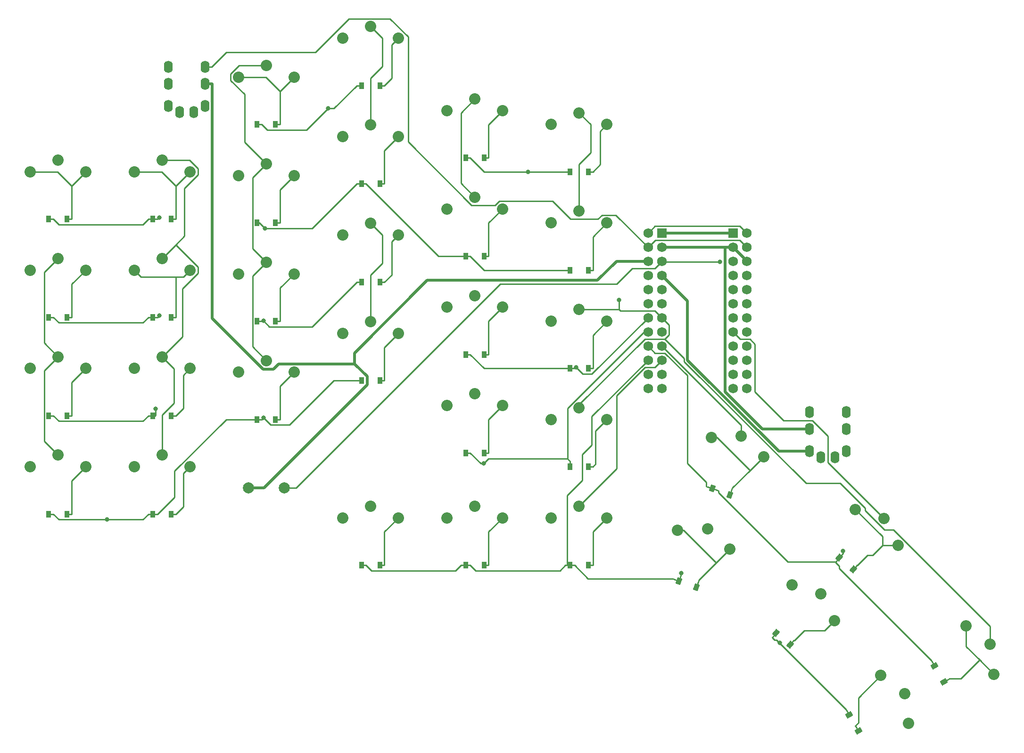
<source format=gbr>
%TF.GenerationSoftware,KiCad,Pcbnew,(6.0.8)*%
%TF.CreationDate,2022-10-04T18:24:03+02:00*%
%TF.ProjectId,board,626f6172-642e-46b6-9963-61645f706362,v1.0.0*%
%TF.SameCoordinates,Original*%
%TF.FileFunction,Copper,L2,Bot*%
%TF.FilePolarity,Positive*%
%FSLAX46Y46*%
G04 Gerber Fmt 4.6, Leading zero omitted, Abs format (unit mm)*
G04 Created by KiCad (PCBNEW (6.0.8)) date 2022-10-04 18:24:03*
%MOMM*%
%LPD*%
G01*
G04 APERTURE LIST*
G04 Aperture macros list*
%AMRotRect*
0 Rectangle, with rotation*
0 The origin of the aperture is its center*
0 $1 length*
0 $2 width*
0 $3 Rotation angle, in degrees counterclockwise*
0 Add horizontal line*
21,1,$1,$2,0,0,$3*%
G04 Aperture macros list end*
%TA.AperFunction,ComponentPad*%
%ADD10C,2.032000*%
%TD*%
%TA.AperFunction,SMDPad,CuDef*%
%ADD11R,0.900000X1.200000*%
%TD*%
%TA.AperFunction,SMDPad,CuDef*%
%ADD12RotRect,0.900000X1.200000X340.000000*%
%TD*%
%TA.AperFunction,SMDPad,CuDef*%
%ADD13RotRect,0.900000X1.200000X320.000000*%
%TD*%
%TA.AperFunction,SMDPad,CuDef*%
%ADD14RotRect,0.900000X1.200000X300.000000*%
%TD*%
%TA.AperFunction,ComponentPad*%
%ADD15R,1.752600X1.752600*%
%TD*%
%TA.AperFunction,ComponentPad*%
%ADD16C,1.752600*%
%TD*%
%TA.AperFunction,ComponentPad*%
%ADD17O,1.600000X2.200000*%
%TD*%
%TA.AperFunction,ComponentPad*%
%ADD18C,2.000000*%
%TD*%
%TA.AperFunction,ViaPad*%
%ADD19C,0.800000*%
%TD*%
%TA.AperFunction,Conductor*%
%ADD20C,0.250000*%
%TD*%
%TA.AperFunction,Conductor*%
%ADD21C,0.500000*%
%TD*%
G04 APERTURE END LIST*
D10*
%TO.P,S1,1*%
%TO.N,pinky_off_bottom*%
X23000000Y3800000D03*
%TO.P,S1,2*%
%TO.N,P10*%
X18000000Y5900000D03*
%TO.P,S1,1*%
%TO.N,pinky_off_bottom*%
X13000000Y3800000D03*
%TO.P,S1,2*%
%TO.N,P10*%
X18000000Y5900000D03*
%TD*%
D11*
%TO.P,D1,2*%
%TO.N,pinky_off_bottom*%
X19650000Y-4700000D03*
%TO.P,D1,1*%
%TO.N,P5*%
X16350000Y-4700000D03*
%TD*%
D10*
%TO.P,S2,1*%
%TO.N,pinky_off_home*%
X23000000Y21480000D03*
%TO.P,S2,2*%
%TO.N,P10*%
X18000000Y23580000D03*
%TO.P,S2,1*%
%TO.N,pinky_off_home*%
X13000000Y21480000D03*
%TO.P,S2,2*%
%TO.N,P10*%
X18000000Y23580000D03*
%TD*%
D11*
%TO.P,D2,2*%
%TO.N,pinky_off_home*%
X19650000Y12980000D03*
%TO.P,D2,1*%
%TO.N,P4*%
X16350000Y12980000D03*
%TD*%
D10*
%TO.P,S3,1*%
%TO.N,pinky_off_top*%
X23000000Y39160000D03*
%TO.P,S3,2*%
%TO.N,P10*%
X18000000Y41260000D03*
%TO.P,S3,1*%
%TO.N,pinky_off_top*%
X13000000Y39160000D03*
%TO.P,S3,2*%
%TO.N,P10*%
X18000000Y41260000D03*
%TD*%
D11*
%TO.P,D3,2*%
%TO.N,pinky_off_top*%
X19650000Y30660000D03*
%TO.P,D3,1*%
%TO.N,P3*%
X16350000Y30660000D03*
%TD*%
D10*
%TO.P,S4,1*%
%TO.N,pinky_off_over*%
X23000000Y56840000D03*
%TO.P,S4,2*%
%TO.N,P10*%
X18000000Y58940000D03*
%TO.P,S4,1*%
%TO.N,pinky_off_over*%
X13000000Y56840000D03*
%TO.P,S4,2*%
%TO.N,P10*%
X18000000Y58940000D03*
%TD*%
D11*
%TO.P,D4,2*%
%TO.N,pinky_off_over*%
X19650000Y48340000D03*
%TO.P,D4,1*%
%TO.N,P2*%
X16350000Y48340000D03*
%TD*%
D10*
%TO.P,S5,1*%
%TO.N,pinky_bottom*%
X41720000Y3800000D03*
%TO.P,S5,2*%
%TO.N,P16*%
X36720000Y5900000D03*
%TO.P,S5,1*%
%TO.N,pinky_bottom*%
X31720000Y3800000D03*
%TO.P,S5,2*%
%TO.N,P16*%
X36720000Y5900000D03*
%TD*%
D11*
%TO.P,D5,2*%
%TO.N,pinky_bottom*%
X38370000Y-4700000D03*
%TO.P,D5,1*%
%TO.N,P5*%
X35070000Y-4700000D03*
%TD*%
D10*
%TO.P,S6,1*%
%TO.N,pinky_home*%
X41720000Y21480000D03*
%TO.P,S6,2*%
%TO.N,P16*%
X36720000Y23580000D03*
%TO.P,S6,1*%
%TO.N,pinky_home*%
X31720000Y21480000D03*
%TO.P,S6,2*%
%TO.N,P16*%
X36720000Y23580000D03*
%TD*%
D11*
%TO.P,D6,2*%
%TO.N,pinky_home*%
X38370000Y12980000D03*
%TO.P,D6,1*%
%TO.N,P4*%
X35070000Y12980000D03*
%TD*%
D10*
%TO.P,S7,1*%
%TO.N,pinky_top*%
X41720000Y39160000D03*
%TO.P,S7,2*%
%TO.N,P16*%
X36720000Y41260000D03*
%TO.P,S7,1*%
%TO.N,pinky_top*%
X31720000Y39160000D03*
%TO.P,S7,2*%
%TO.N,P16*%
X36720000Y41260000D03*
%TD*%
D11*
%TO.P,D7,2*%
%TO.N,pinky_top*%
X38370000Y30660000D03*
%TO.P,D7,1*%
%TO.N,P3*%
X35070000Y30660000D03*
%TD*%
D10*
%TO.P,S8,1*%
%TO.N,pinky_over*%
X41720000Y56840000D03*
%TO.P,S8,2*%
%TO.N,P16*%
X36720000Y58940000D03*
%TO.P,S8,1*%
%TO.N,pinky_over*%
X31720000Y56840000D03*
%TO.P,S8,2*%
%TO.N,P16*%
X36720000Y58940000D03*
%TD*%
D11*
%TO.P,D8,2*%
%TO.N,pinky_over*%
X38370000Y48340000D03*
%TO.P,D8,1*%
%TO.N,P2*%
X35070000Y48340000D03*
%TD*%
D10*
%TO.P,S9,1*%
%TO.N,ring_bottom*%
X60440000Y20800000D03*
%TO.P,S9,2*%
%TO.N,P14*%
X55440000Y22900000D03*
%TO.P,S9,1*%
%TO.N,ring_bottom*%
X50440000Y20800000D03*
%TO.P,S9,2*%
%TO.N,P14*%
X55440000Y22900000D03*
%TD*%
D11*
%TO.P,D9,2*%
%TO.N,ring_bottom*%
X57090000Y12300000D03*
%TO.P,D9,1*%
%TO.N,P5*%
X53790000Y12300000D03*
%TD*%
D10*
%TO.P,S10,1*%
%TO.N,ring_home*%
X60440000Y38480000D03*
%TO.P,S10,2*%
%TO.N,P14*%
X55440000Y40580000D03*
%TO.P,S10,1*%
%TO.N,ring_home*%
X50440000Y38480000D03*
%TO.P,S10,2*%
%TO.N,P14*%
X55440000Y40580000D03*
%TD*%
D11*
%TO.P,D10,2*%
%TO.N,ring_home*%
X57090000Y29980000D03*
%TO.P,D10,1*%
%TO.N,P4*%
X53790000Y29980000D03*
%TD*%
D10*
%TO.P,S11,1*%
%TO.N,ring_top*%
X60440000Y56160000D03*
%TO.P,S11,2*%
%TO.N,P14*%
X55440000Y58260000D03*
%TO.P,S11,1*%
%TO.N,ring_top*%
X50440000Y56160000D03*
%TO.P,S11,2*%
%TO.N,P14*%
X55440000Y58260000D03*
%TD*%
D11*
%TO.P,D11,2*%
%TO.N,ring_top*%
X57090000Y47660000D03*
%TO.P,D11,1*%
%TO.N,P3*%
X53790000Y47660000D03*
%TD*%
D10*
%TO.P,S12,1*%
%TO.N,ring_over*%
X60440000Y73840000D03*
%TO.P,S12,2*%
%TO.N,P14*%
X55440000Y75940000D03*
%TO.P,S12,1*%
%TO.N,ring_over*%
X50440000Y73840000D03*
%TO.P,S12,2*%
%TO.N,P14*%
X55440000Y75940000D03*
%TD*%
D11*
%TO.P,D12,2*%
%TO.N,ring_over*%
X57090000Y65340000D03*
%TO.P,D12,1*%
%TO.N,P2*%
X53790000Y65340000D03*
%TD*%
D10*
%TO.P,S13,1*%
%TO.N,middle_bottom*%
X79160000Y27800000D03*
%TO.P,S13,2*%
%TO.N,P15*%
X74160000Y29900000D03*
%TO.P,S13,1*%
%TO.N,middle_bottom*%
X69160000Y27800000D03*
%TO.P,S13,2*%
%TO.N,P15*%
X74160000Y29900000D03*
%TD*%
D11*
%TO.P,D13,2*%
%TO.N,middle_bottom*%
X75810000Y19300000D03*
%TO.P,D13,1*%
%TO.N,P5*%
X72510000Y19300000D03*
%TD*%
D10*
%TO.P,S14,1*%
%TO.N,middle_home*%
X79160000Y45480000D03*
%TO.P,S14,2*%
%TO.N,P15*%
X74160000Y47580000D03*
%TO.P,S14,1*%
%TO.N,middle_home*%
X69160000Y45480000D03*
%TO.P,S14,2*%
%TO.N,P15*%
X74160000Y47580000D03*
%TD*%
D11*
%TO.P,D14,2*%
%TO.N,middle_home*%
X75810000Y36980000D03*
%TO.P,D14,1*%
%TO.N,P4*%
X72510000Y36980000D03*
%TD*%
D10*
%TO.P,S15,1*%
%TO.N,middle_top*%
X79160000Y63160000D03*
%TO.P,S15,2*%
%TO.N,P15*%
X74160000Y65260000D03*
%TO.P,S15,1*%
%TO.N,middle_top*%
X69160000Y63160000D03*
%TO.P,S15,2*%
%TO.N,P15*%
X74160000Y65260000D03*
%TD*%
D11*
%TO.P,D15,2*%
%TO.N,middle_top*%
X75810000Y54660000D03*
%TO.P,D15,1*%
%TO.N,P3*%
X72510000Y54660000D03*
%TD*%
D10*
%TO.P,S16,1*%
%TO.N,middle_over*%
X79160000Y80840000D03*
%TO.P,S16,2*%
%TO.N,P15*%
X74160000Y82940000D03*
%TO.P,S16,1*%
%TO.N,middle_over*%
X69160000Y80840000D03*
%TO.P,S16,2*%
%TO.N,P15*%
X74160000Y82940000D03*
%TD*%
D11*
%TO.P,D16,2*%
%TO.N,middle_over*%
X75810000Y72340000D03*
%TO.P,D16,1*%
%TO.N,P2*%
X72510000Y72340000D03*
%TD*%
D10*
%TO.P,S17,1*%
%TO.N,index_bottom*%
X97880000Y14800000D03*
%TO.P,S17,2*%
%TO.N,P18*%
X92880000Y16900000D03*
%TO.P,S17,1*%
%TO.N,index_bottom*%
X87880000Y14800000D03*
%TO.P,S17,2*%
%TO.N,P18*%
X92880000Y16900000D03*
%TD*%
D11*
%TO.P,D17,2*%
%TO.N,index_bottom*%
X94530000Y6300000D03*
%TO.P,D17,1*%
%TO.N,P5*%
X91230000Y6300000D03*
%TD*%
D10*
%TO.P,S18,1*%
%TO.N,index_home*%
X97880000Y32480000D03*
%TO.P,S18,2*%
%TO.N,P18*%
X92880000Y34580000D03*
%TO.P,S18,1*%
%TO.N,index_home*%
X87880000Y32480000D03*
%TO.P,S18,2*%
%TO.N,P18*%
X92880000Y34580000D03*
%TD*%
D11*
%TO.P,D18,2*%
%TO.N,index_home*%
X94530000Y23980000D03*
%TO.P,D18,1*%
%TO.N,P4*%
X91230000Y23980000D03*
%TD*%
D10*
%TO.P,S19,1*%
%TO.N,index_top*%
X97880000Y50160000D03*
%TO.P,S19,2*%
%TO.N,P18*%
X92880000Y52260000D03*
%TO.P,S19,1*%
%TO.N,index_top*%
X87880000Y50160000D03*
%TO.P,S19,2*%
%TO.N,P18*%
X92880000Y52260000D03*
%TD*%
D11*
%TO.P,D19,2*%
%TO.N,index_top*%
X94530000Y41660000D03*
%TO.P,D19,1*%
%TO.N,P3*%
X91230000Y41660000D03*
%TD*%
D10*
%TO.P,S20,1*%
%TO.N,index_over*%
X97880000Y67840000D03*
%TO.P,S20,2*%
%TO.N,P18*%
X92880000Y69940000D03*
%TO.P,S20,1*%
%TO.N,index_over*%
X87880000Y67840000D03*
%TO.P,S20,2*%
%TO.N,P18*%
X92880000Y69940000D03*
%TD*%
D11*
%TO.P,D20,2*%
%TO.N,index_over*%
X94530000Y59340000D03*
%TO.P,D20,1*%
%TO.N,P2*%
X91230000Y59340000D03*
%TD*%
D10*
%TO.P,S21,1*%
%TO.N,inner_bottom*%
X116600000Y12300000D03*
%TO.P,S21,2*%
%TO.N,P19*%
X111600000Y14400000D03*
%TO.P,S21,1*%
%TO.N,inner_bottom*%
X106600000Y12300000D03*
%TO.P,S21,2*%
%TO.N,P19*%
X111600000Y14400000D03*
%TD*%
D11*
%TO.P,D21,2*%
%TO.N,inner_bottom*%
X113250000Y3800000D03*
%TO.P,D21,1*%
%TO.N,P5*%
X109950000Y3800000D03*
%TD*%
D10*
%TO.P,S22,1*%
%TO.N,inner_home*%
X116600000Y29980000D03*
%TO.P,S22,2*%
%TO.N,P19*%
X111600000Y32080000D03*
%TO.P,S22,1*%
%TO.N,inner_home*%
X106600000Y29980000D03*
%TO.P,S22,2*%
%TO.N,P19*%
X111600000Y32080000D03*
%TD*%
D11*
%TO.P,D22,2*%
%TO.N,inner_home*%
X113250000Y21480000D03*
%TO.P,D22,1*%
%TO.N,P4*%
X109950000Y21480000D03*
%TD*%
D10*
%TO.P,S23,1*%
%TO.N,inner_top*%
X116600000Y47660000D03*
%TO.P,S23,2*%
%TO.N,P19*%
X111600000Y49760000D03*
%TO.P,S23,1*%
%TO.N,inner_top*%
X106600000Y47660000D03*
%TO.P,S23,2*%
%TO.N,P19*%
X111600000Y49760000D03*
%TD*%
D11*
%TO.P,D23,2*%
%TO.N,inner_top*%
X113250000Y39160000D03*
%TO.P,D23,1*%
%TO.N,P3*%
X109950000Y39160000D03*
%TD*%
D10*
%TO.P,S24,1*%
%TO.N,inner_over*%
X116600000Y65340000D03*
%TO.P,S24,2*%
%TO.N,P19*%
X111600000Y67440000D03*
%TO.P,S24,1*%
%TO.N,inner_over*%
X106600000Y65340000D03*
%TO.P,S24,2*%
%TO.N,P19*%
X111600000Y67440000D03*
%TD*%
D11*
%TO.P,D24,2*%
%TO.N,inner_over*%
X113250000Y56840000D03*
%TO.P,D24,1*%
%TO.N,P2*%
X109950000Y56840000D03*
%TD*%
D10*
%TO.P,S25,1*%
%TO.N,inner_thumb*%
X79160000Y-5380000D03*
%TO.P,S25,2*%
%TO.N,P10*%
X74160000Y-3280000D03*
%TO.P,S25,1*%
%TO.N,inner_thumb*%
X69160000Y-5380000D03*
%TO.P,S25,2*%
%TO.N,P10*%
X74160000Y-3280000D03*
%TD*%
D11*
%TO.P,D25,2*%
%TO.N,inner_thumb*%
X75810000Y-13880000D03*
%TO.P,D25,1*%
%TO.N,P7*%
X72510000Y-13880000D03*
%TD*%
D10*
%TO.P,S26,1*%
%TO.N,near_thumb*%
X97880000Y-5380000D03*
%TO.P,S26,2*%
%TO.N,P16*%
X92880000Y-3280000D03*
%TO.P,S26,1*%
%TO.N,near_thumb*%
X87880000Y-5380000D03*
%TO.P,S26,2*%
%TO.N,P16*%
X92880000Y-3280000D03*
%TD*%
D11*
%TO.P,D26,2*%
%TO.N,near_thumb*%
X94530000Y-13880000D03*
%TO.P,D26,1*%
%TO.N,P7*%
X91230000Y-13880000D03*
%TD*%
D10*
%TO.P,S27,1*%
%TO.N,home_thumb*%
X116600000Y-5380000D03*
%TO.P,S27,2*%
%TO.N,P14*%
X111600000Y-3280000D03*
%TO.P,S27,1*%
%TO.N,home_thumb*%
X106600000Y-5380000D03*
%TO.P,S27,2*%
%TO.N,P14*%
X111600000Y-3280000D03*
%TD*%
D11*
%TO.P,D27,2*%
%TO.N,home_thumb*%
X113250000Y-13880000D03*
%TO.P,D27,1*%
%TO.N,P7*%
X109950000Y-13880000D03*
%TD*%
D10*
%TO.P,S28,1*%
%TO.N,far_thumb*%
X138676340Y-11004069D03*
%TO.P,S28,2*%
%TO.N,P15*%
X134696119Y-7320614D03*
%TO.P,S28,1*%
%TO.N,far_thumb*%
X129279413Y-7583867D03*
%TO.P,S28,2*%
%TO.N,P15*%
X134696119Y-7320614D03*
%TD*%
D12*
%TO.P,D28,2*%
%TO.N,far_thumb*%
X132621293Y-17845633D03*
%TO.P,D28,1*%
%TO.N,P7*%
X129520307Y-16716967D03*
%TD*%
D10*
%TO.P,S29,1*%
%TO.N,far_over*%
X144723340Y5609731D03*
%TO.P,S29,2*%
%TO.N,P15*%
X140743119Y9293186D03*
%TO.P,S29,1*%
%TO.N,far_over*%
X135326413Y9029933D03*
%TO.P,S29,2*%
%TO.N,P15*%
X140743119Y9293186D03*
%TD*%
D12*
%TO.P,D29,2*%
%TO.N,far_over*%
X138668193Y-1231933D03*
%TO.P,D29,1*%
%TO.N,P6*%
X135567207Y-103267D03*
%TD*%
D10*
%TO.P,S30,1*%
%TO.N,farther_thumb*%
X157497915Y-23839469D03*
%TO.P,S30,2*%
%TO.N,P18*%
X155017547Y-19016838D03*
%TO.P,S30,1*%
%TO.N,farther_thumb*%
X149837471Y-17411593D03*
%TO.P,S30,2*%
%TO.N,P18*%
X155017547Y-19016838D03*
%TD*%
D13*
%TO.P,D30,2*%
%TO.N,farther_thumb*%
X149467973Y-28197500D03*
%TO.P,D30,1*%
%TO.N,P7*%
X146940027Y-26076300D03*
%TD*%
D10*
%TO.P,S31,1*%
%TO.N,farther_over*%
X168862315Y-10295769D03*
%TO.P,S31,2*%
%TO.N,P18*%
X166381947Y-5473138D03*
%TO.P,S31,1*%
%TO.N,farther_over*%
X161201871Y-3867893D03*
%TO.P,S31,2*%
%TO.N,P18*%
X166381947Y-5473138D03*
%TD*%
D13*
%TO.P,D31,2*%
%TO.N,farther_over*%
X160832373Y-14653900D03*
%TO.P,D31,1*%
%TO.N,P6*%
X158304427Y-12532700D03*
%TD*%
D10*
%TO.P,S32,1*%
%TO.N,outer_thumb*%
X170794297Y-42338127D03*
%TO.P,S32,2*%
%TO.N,P19*%
X170112950Y-36958000D03*
%TO.P,S32,1*%
%TO.N,outer_thumb*%
X165794297Y-33677873D03*
%TO.P,S32,2*%
%TO.N,P19*%
X170112950Y-36958000D03*
%TD*%
D14*
%TO.P,D32,2*%
%TO.N,outer_thumb*%
X161758100Y-43686942D03*
%TO.P,D32,1*%
%TO.N,P7*%
X160108100Y-40829058D03*
%TD*%
D10*
%TO.P,S33,1*%
%TO.N,outer_over*%
X186105597Y-33498127D03*
%TO.P,S33,2*%
%TO.N,P19*%
X185424250Y-28118000D03*
%TO.P,S33,1*%
%TO.N,outer_over*%
X181105597Y-24837873D03*
%TO.P,S33,2*%
%TO.N,P19*%
X185424250Y-28118000D03*
%TD*%
D14*
%TO.P,D33,2*%
%TO.N,outer_over*%
X177069400Y-34846942D03*
%TO.P,D33,1*%
%TO.N,P6*%
X175419400Y-31989058D03*
%TD*%
D15*
%TO.P,MCU1,1*%
%TO.N,RAW*%
X139220000Y45830000D03*
D16*
%TO.P,MCU1,2*%
%TO.N,GND*%
X139220000Y43290000D03*
%TO.P,MCU1,3*%
%TO.N,RST*%
X139220000Y40750000D03*
%TO.P,MCU1,4*%
%TO.N,VCC*%
X139220000Y38210000D03*
%TO.P,MCU1,5*%
%TO.N,P21*%
X139220000Y35670000D03*
%TO.P,MCU1,6*%
%TO.N,P20*%
X139220000Y33130000D03*
%TO.P,MCU1,7*%
%TO.N,P19*%
X139220000Y30590000D03*
%TO.P,MCU1,8*%
%TO.N,P18*%
X139220000Y28050000D03*
%TO.P,MCU1,9*%
%TO.N,P15*%
X139220000Y25510000D03*
%TO.P,MCU1,10*%
%TO.N,P14*%
X139220000Y22970000D03*
%TO.P,MCU1,11*%
%TO.N,P16*%
X139220000Y20430000D03*
%TO.P,MCU1,12*%
%TO.N,P10*%
X139220000Y17890000D03*
%TO.P,MCU1,13*%
%TO.N,P1*%
X123980000Y45830000D03*
%TO.P,MCU1,14*%
%TO.N,P0*%
X123980000Y43290000D03*
%TO.P,MCU1,15*%
%TO.N,GND*%
X123980000Y40750000D03*
%TO.P,MCU1,16*%
X123980000Y38210000D03*
%TO.P,MCU1,17*%
%TO.N,P2*%
X123980000Y35670000D03*
%TO.P,MCU1,18*%
%TO.N,P3*%
X123980000Y33130000D03*
%TO.P,MCU1,19*%
%TO.N,P4*%
X123980000Y30590000D03*
%TO.P,MCU1,20*%
%TO.N,P5*%
X123980000Y28050000D03*
%TO.P,MCU1,21*%
%TO.N,P6*%
X123980000Y25510000D03*
%TO.P,MCU1,22*%
%TO.N,P7*%
X123980000Y22970000D03*
%TO.P,MCU1,23*%
%TO.N,P8*%
X123980000Y20430000D03*
%TO.P,MCU1,24*%
%TO.N,P9*%
X123980000Y17890000D03*
%TD*%
D15*
%TO.P,MCU2,1*%
%TO.N,RAW*%
X126480000Y45830000D03*
D16*
%TO.P,MCU2,2*%
%TO.N,GND*%
X126480000Y43290000D03*
%TO.P,MCU2,3*%
%TO.N,RST*%
X126480000Y40750000D03*
%TO.P,MCU2,4*%
%TO.N,VCC*%
X126480000Y38210000D03*
%TO.P,MCU2,5*%
%TO.N,P21*%
X126480000Y35670000D03*
%TO.P,MCU2,6*%
%TO.N,P20*%
X126480000Y33130000D03*
%TO.P,MCU2,7*%
%TO.N,P19*%
X126480000Y30590000D03*
%TO.P,MCU2,8*%
%TO.N,P18*%
X126480000Y28050000D03*
%TO.P,MCU2,9*%
%TO.N,P15*%
X126480000Y25510000D03*
%TO.P,MCU2,10*%
%TO.N,P14*%
X126480000Y22970000D03*
%TO.P,MCU2,11*%
%TO.N,P16*%
X126480000Y20430000D03*
%TO.P,MCU2,12*%
%TO.N,P10*%
X126480000Y17890000D03*
%TO.P,MCU2,13*%
%TO.N,P1*%
X141720000Y45830000D03*
%TO.P,MCU2,14*%
%TO.N,P0*%
X141720000Y43290000D03*
%TO.P,MCU2,15*%
%TO.N,GND*%
X141720000Y40750000D03*
%TO.P,MCU2,16*%
X141720000Y38210000D03*
%TO.P,MCU2,17*%
%TO.N,P2*%
X141720000Y35670000D03*
%TO.P,MCU2,18*%
%TO.N,P3*%
X141720000Y33130000D03*
%TO.P,MCU2,19*%
%TO.N,P4*%
X141720000Y30590000D03*
%TO.P,MCU2,20*%
%TO.N,P5*%
X141720000Y28050000D03*
%TO.P,MCU2,21*%
%TO.N,P6*%
X141720000Y25510000D03*
%TO.P,MCU2,22*%
%TO.N,P7*%
X141720000Y22970000D03*
%TO.P,MCU2,23*%
%TO.N,P8*%
X141720000Y20430000D03*
%TO.P,MCU2,24*%
%TO.N,P9*%
X141720000Y17890000D03*
%TD*%
D17*
%TO.P,TRRS1,1*%
%TO.N,N/C*%
X154989500Y5507200D03*
%TO.P,TRRS1,2*%
%TO.N,VCC*%
X159589500Y6607200D03*
%TO.P,TRRS1,3*%
%TO.N,GND*%
X159589500Y10607200D03*
%TO.P,TRRS1,4*%
%TO.N,P0*%
X159589500Y13607200D03*
%TD*%
%TO.P,TRRS2,1*%
%TO.N,N/C*%
X157589500Y5507200D03*
%TO.P,TRRS2,2*%
%TO.N,VCC*%
X152989500Y6607200D03*
%TO.P,TRRS2,3*%
%TO.N,GND*%
X152989500Y10607200D03*
%TO.P,TRRS2,4*%
%TO.N,P0*%
X152989500Y13607200D03*
%TD*%
%TO.P,TRRS3,1*%
%TO.N,N/C*%
X39840000Y67580000D03*
%TO.P,TRRS3,2*%
%TO.N,VCC*%
X44440000Y68680000D03*
%TO.P,TRRS3,3*%
%TO.N,GND*%
X44440000Y72680000D03*
%TO.P,TRRS3,4*%
%TO.N,P0*%
X44440000Y75680000D03*
%TD*%
%TO.P,TRRS4,1*%
%TO.N,N/C*%
X42440000Y67580000D03*
%TO.P,TRRS4,2*%
%TO.N,VCC*%
X37840000Y68680000D03*
%TO.P,TRRS4,3*%
%TO.N,GND*%
X37840000Y72680000D03*
%TO.P,TRRS4,4*%
%TO.N,P0*%
X37840000Y75680000D03*
%TD*%
D18*
%TO.P,B1,2*%
%TO.N,GND*%
X52190000Y0D03*
%TO.P,B1,1*%
%TO.N,RST*%
X58690000Y0D03*
%TD*%
D19*
%TO.N,RST*%
X136866400Y40682700D03*
%TO.N,P6*%
X158977600Y-11370600D03*
%TO.N,P7*%
X129956500Y-15336500D03*
X147604600Y-27847700D03*
%TO.N,P19*%
X118796100Y33765100D03*
%TO.N,P2*%
X102460100Y56840000D03*
X36234800Y48614100D03*
X66490700Y68220700D03*
%TO.N,P3*%
X36226700Y30991600D03*
X55210200Y46652400D03*
%TO.N,P4*%
X54900100Y30051600D03*
X111054200Y21706000D03*
X35568100Y14257400D03*
%TO.N,P5*%
X54904400Y12589300D03*
X94466900Y4396800D03*
X26858900Y-5675200D03*
%TD*%
D20*
%TO.N,P0*%
X125268500Y44578500D02*
X123980000Y43290000D01*
X140431500Y44578500D02*
X125268500Y44578500D01*
X141720000Y43290000D02*
X140431500Y44578500D01*
X118214200Y49055800D02*
X123980000Y43290000D01*
X115713800Y49055800D02*
X118214200Y49055800D01*
X114999300Y48341300D02*
X115713800Y49055800D01*
X110074000Y48341300D02*
X114999300Y48341300D01*
X106833600Y51581700D02*
X110074000Y48341300D01*
X97262200Y51581700D02*
X106833600Y51581700D01*
X96528500Y50848000D02*
X97262200Y51581700D01*
X92287200Y50848000D02*
X96528500Y50848000D01*
X80886100Y62249100D02*
X92287200Y50848000D01*
X80886100Y81118400D02*
X80886100Y62249100D01*
X77652400Y84352100D02*
X80886100Y81118400D01*
X70252600Y84352100D02*
X77652400Y84352100D01*
X64248100Y78347600D02*
X70252600Y84352100D01*
X48282700Y78347600D02*
X64248100Y78347600D01*
X45615100Y75680000D02*
X48282700Y78347600D01*
X44440000Y75680000D02*
X45615100Y75680000D01*
%TO.N,P1*%
X125231500Y47081500D02*
X123980000Y45830000D01*
X140468500Y47081500D02*
X125231500Y47081500D01*
X141720000Y45830000D02*
X140468500Y47081500D01*
D21*
%TO.N,VCC*%
X147448100Y6607200D02*
X152989500Y6607200D01*
X131062000Y22993300D02*
X147448100Y6607200D01*
X131062000Y33628000D02*
X131062000Y22993300D01*
X126480000Y38210000D02*
X131062000Y33628000D01*
D20*
%TO.N,RST*%
X126547300Y40682700D02*
X136866400Y40682700D01*
X126480000Y40750000D02*
X126547300Y40682700D01*
X125210000Y39480000D02*
X126480000Y40750000D01*
X121148700Y39480000D02*
X125210000Y39480000D01*
X118377000Y36708300D02*
X121148700Y39480000D01*
X97454400Y36708300D02*
X118377000Y36708300D01*
X60746100Y0D02*
X97454400Y36708300D01*
X58690000Y0D02*
X60746100Y0D01*
D21*
%TO.N,GND*%
X141720000Y40790000D02*
X139220000Y43290000D01*
X141720000Y40750000D02*
X141720000Y40790000D01*
X126480000Y43290000D02*
X137826600Y43290000D01*
X137826600Y43290000D02*
X139220000Y43290000D01*
X44440000Y72680000D02*
X45740100Y72680000D01*
X137826600Y17289600D02*
X137826600Y43290000D01*
X144509000Y10607200D02*
X137826600Y17289600D01*
X152989500Y10607200D02*
X144509000Y10607200D01*
X118329900Y40750000D02*
X123980000Y40750000D01*
X114913400Y37333500D02*
X118329900Y40750000D01*
X84352900Y37333500D02*
X114913400Y37333500D01*
X71265700Y24246300D02*
X84352900Y37333500D01*
X71265700Y22316200D02*
X71265700Y24246300D01*
X73526900Y20055000D02*
X71265700Y22316200D01*
X73526900Y18540100D02*
X73526900Y20055000D01*
X54986800Y0D02*
X73526900Y18540100D01*
X52190000Y0D02*
X54986800Y0D01*
X45740100Y30455600D02*
X45740100Y72680000D01*
X54815600Y21380100D02*
X45740100Y30455600D01*
X56688100Y21380100D02*
X54815600Y21380100D01*
X57624200Y22316200D02*
X56688100Y21380100D01*
X71265700Y22316200D02*
X57624200Y22316200D01*
%TO.N,RAW*%
X126480000Y45830000D02*
X139220000Y45830000D01*
D20*
%TO.N,outer_over*%
X177069400Y-34846900D02*
X178105300Y-34248800D01*
X178105400Y-34248900D02*
X178105300Y-34248800D01*
X180186500Y-34248900D02*
X178105400Y-34248900D01*
X183521500Y-30913900D02*
X180186500Y-34248900D01*
X181105600Y-28498100D02*
X183521500Y-30913900D01*
X181105600Y-24837900D02*
X181105600Y-28498100D01*
X183521500Y-30913900D02*
X186105600Y-33498100D01*
%TO.N,outer_thumb*%
X161758100Y-42202900D02*
X161214900Y-42746100D01*
X161758100Y-37714100D02*
X161758100Y-42202900D01*
X165794300Y-33677900D02*
X161758100Y-37714100D01*
X161758100Y-43686900D02*
X161214900Y-42746100D01*
%TO.N,farther_over*%
X160832400Y-14653900D02*
X161505600Y-13851600D01*
X168862300Y-10295800D02*
X166077000Y-10295800D01*
X166077000Y-8743000D02*
X166077000Y-10295800D01*
X161201900Y-3867900D02*
X166077000Y-8743000D01*
X161505700Y-13851700D02*
X161505600Y-13851600D01*
X161634600Y-13851700D02*
X161505700Y-13851700D01*
X163403800Y-12082500D02*
X161634600Y-13851700D01*
X164290300Y-12082500D02*
X163403800Y-12082500D01*
X166077000Y-10295800D02*
X164290300Y-12082500D01*
%TO.N,farther_thumb*%
X150141300Y-27395300D02*
X150141200Y-27395200D01*
X150270200Y-27395300D02*
X150141300Y-27395300D01*
X152039300Y-25626200D02*
X150270200Y-27395300D01*
X155711200Y-25626200D02*
X152039300Y-25626200D01*
X157497900Y-23839500D02*
X155711200Y-25626200D01*
X149468000Y-28197500D02*
X150141200Y-27395200D01*
%TO.N,P6*%
X158977600Y-11730300D02*
X158977700Y-11730400D01*
X158977600Y-11370600D02*
X158977600Y-11730300D01*
X158304400Y-14476400D02*
X174876200Y-31048200D01*
X158304400Y-14008200D02*
X158304400Y-14476400D01*
X157631200Y-13335000D02*
X158304400Y-14008200D01*
X158304400Y-12532700D02*
X158977700Y-11730400D01*
X175419400Y-31989100D02*
X174876200Y-31048200D01*
X158304400Y-12532700D02*
X157768400Y-13171500D01*
X134458200Y1005700D02*
X134458200Y300300D01*
X131059900Y4404000D02*
X134458200Y1005700D01*
X131059900Y20222700D02*
X131059900Y4404000D01*
X127024100Y24258500D02*
X131059900Y20222700D01*
X125231500Y24258500D02*
X127024100Y24258500D01*
X123980000Y25510000D02*
X125231500Y24258500D01*
X135567200Y-103300D02*
X134458200Y300300D01*
X157699800Y-13253200D02*
X157631200Y-13335000D01*
X136676100Y-808400D02*
X136676100Y-506900D01*
X149120900Y-13253200D02*
X136676100Y-808400D01*
X157699800Y-13253200D02*
X149120900Y-13253200D01*
X157768400Y-13171500D02*
X157699800Y-13253200D01*
X135567200Y-103300D02*
X136676100Y-506900D01*
%TO.N,far_over*%
X138668200Y-1231900D02*
X139104400Y-33400D01*
X136410900Y9029900D02*
X142277200Y3163600D01*
X135326400Y9029900D02*
X136410900Y9029900D01*
X144723300Y5609700D02*
X142277200Y3163600D01*
X139104300Y-33400D02*
X139104400Y-33400D01*
X139104300Y-9300D02*
X139104300Y-33400D01*
X142277200Y3163600D02*
X139104300Y-9300D01*
%TO.N,far_thumb*%
X132621300Y-17845600D02*
X133057500Y-16647100D01*
X130363900Y-7583900D02*
X136230200Y-13450200D01*
X129279400Y-7583900D02*
X130363900Y-7583900D01*
X138676300Y-11004100D02*
X136230200Y-13450200D01*
X133057400Y-16647100D02*
X133057500Y-16647100D01*
X133057400Y-16623000D02*
X133057400Y-16647100D01*
X136230200Y-13450200D02*
X133057400Y-16623000D01*
%TO.N,home_thumb*%
X113250000Y-13880000D02*
X114075100Y-13880000D01*
X114075100Y-7904900D02*
X116600000Y-5380000D01*
X114075100Y-13880000D02*
X114075100Y-7904900D01*
%TO.N,near_thumb*%
X95355100Y-7904900D02*
X95355100Y-13880000D01*
X97880000Y-5380000D02*
X95355100Y-7904900D01*
X94530000Y-13880000D02*
X95355100Y-13880000D01*
%TO.N,P7*%
X74310300Y-14855200D02*
X73335100Y-13880000D01*
X89429700Y-14855200D02*
X74310300Y-14855200D01*
X90404900Y-13880000D02*
X89429700Y-14855200D01*
X91230000Y-13880000D02*
X90404900Y-13880000D01*
X72510000Y-13880000D02*
X73335100Y-13880000D01*
X93030300Y-14855200D02*
X92055100Y-13880000D01*
X108149700Y-14855200D02*
X93030300Y-14855200D01*
X109124900Y-13880000D02*
X108149700Y-14855200D01*
X91230000Y-13880000D02*
X92055100Y-13880000D01*
X113208500Y-16313400D02*
X110775100Y-13880000D01*
X128411300Y-16313400D02*
X113208500Y-16313400D01*
X129520300Y-16717000D02*
X128411300Y-16313400D01*
X109950000Y-13880000D02*
X110775100Y-13880000D01*
X129956500Y-15518300D02*
X129956600Y-15518300D01*
X129956500Y-15336500D02*
X129956500Y-15518300D01*
X129520300Y-16717000D02*
X129956600Y-15518300D01*
X160108100Y-40829100D02*
X159564900Y-39888200D01*
X146940000Y-26076300D02*
X146266800Y-26878600D01*
X109950000Y-13880000D02*
X109442700Y-13880000D01*
X109442700Y-13880000D02*
X109124900Y-13880000D01*
X113899600Y12889600D02*
X123980000Y22970000D01*
X113899600Y7737900D02*
X113899600Y12889600D01*
X112186800Y6025100D02*
X113899600Y7737900D01*
X112186800Y1374200D02*
X112186800Y6025100D01*
X109442700Y-1369900D02*
X112186800Y1374200D01*
X109442700Y-13880000D02*
X109442700Y-1369900D01*
X147604600Y-27927900D02*
X147604600Y-27847700D01*
X159564900Y-39888200D02*
X147604600Y-27927900D01*
X146741900Y-27353700D02*
X146266800Y-26878600D01*
X147030400Y-27353700D02*
X146741900Y-27353700D01*
X147524400Y-27847700D02*
X147030400Y-27353700D01*
X147604600Y-27847700D02*
X147524400Y-27847700D01*
%TO.N,inner_thumb*%
X76635100Y-7904900D02*
X76635100Y-13880000D01*
X79160000Y-5380000D02*
X76635100Y-7904900D01*
X75810000Y-13880000D02*
X76635100Y-13880000D01*
%TO.N,inner_over*%
X113250000Y56840000D02*
X114075100Y56840000D01*
X115397600Y64137600D02*
X116600000Y65340000D01*
X115397600Y58162500D02*
X115397600Y64137600D01*
X114075100Y56840000D02*
X115397600Y58162500D01*
%TO.N,inner_top*%
X114075100Y45135100D02*
X114075100Y39160000D01*
X116600000Y47660000D02*
X114075100Y45135100D01*
X113250000Y39160000D02*
X114075100Y39160000D01*
%TO.N,inner_home*%
X114075100Y27455100D02*
X114075100Y21480000D01*
X116600000Y29980000D02*
X114075100Y27455100D01*
X113250000Y21480000D02*
X114075100Y21480000D01*
%TO.N,P19*%
X111600000Y58164000D02*
X111600000Y49760000D01*
X113700000Y60264000D02*
X111600000Y58164000D01*
X113700000Y65340000D02*
X113700000Y60264000D01*
X111600000Y67440000D02*
X113700000Y65340000D01*
X118796100Y32080000D02*
X111600000Y32080000D01*
X119016100Y31860000D02*
X118796100Y32080000D01*
X125210000Y31860000D02*
X119016100Y31860000D01*
X126480000Y30590000D02*
X125210000Y31860000D01*
X118796100Y32080000D02*
X118796100Y33765100D01*
X185424200Y-24858100D02*
X185424200Y-28118000D01*
X168052400Y-7486300D02*
X185424200Y-24858100D01*
X166413600Y-7486300D02*
X168052400Y-7486300D01*
X162989300Y-4062000D02*
X166413600Y-7486300D01*
X162989300Y-3650300D02*
X162989300Y-4062000D01*
X158517000Y822000D02*
X162989300Y-3650300D01*
X152349200Y822000D02*
X158517000Y822000D01*
X130436800Y22734400D02*
X152349200Y822000D01*
X130436800Y23326000D02*
X130436800Y22734400D01*
X126982800Y26780000D02*
X130436800Y23326000D01*
X127739500Y27536700D02*
X126982800Y26780000D01*
X127739500Y29330500D02*
X127739500Y27536700D01*
X126480000Y30590000D02*
X127739500Y29330500D01*
X111600000Y14968300D02*
X111600000Y14400000D01*
X123411700Y26780000D02*
X111600000Y14968300D01*
X126982800Y26780000D02*
X123411700Y26780000D01*
%TO.N,inner_bottom*%
X113250000Y3800000D02*
X114075100Y3800000D01*
X114575100Y10275100D02*
X116600000Y12300000D01*
X114575100Y4300000D02*
X114575100Y10275100D01*
X114075100Y3800000D02*
X114575100Y4300000D01*
%TO.N,index_over*%
X95355100Y65315100D02*
X95355100Y59340000D01*
X97880000Y67840000D02*
X95355100Y65315100D01*
X94530000Y59340000D02*
X95355100Y59340000D01*
%TO.N,index_top*%
X95355100Y47635100D02*
X95355100Y41660000D01*
X97880000Y50160000D02*
X95355100Y47635100D01*
X94530000Y41660000D02*
X95355100Y41660000D01*
%TO.N,index_home*%
X95355100Y29955100D02*
X95355100Y23980000D01*
X97880000Y32480000D02*
X95355100Y29955100D01*
X94530000Y23980000D02*
X95355100Y23980000D01*
%TO.N,P18*%
X140490000Y26780000D02*
X139220000Y28050000D01*
X142284500Y26780000D02*
X140490000Y26780000D01*
X143196300Y25868200D02*
X142284500Y26780000D01*
X143196300Y17237700D02*
X143196300Y25868200D01*
X148302000Y12132000D02*
X143196300Y17237700D01*
X153480100Y12132000D02*
X148302000Y12132000D01*
X156289500Y9322600D02*
X153480100Y12132000D01*
X156289500Y4619300D02*
X156289500Y9322600D01*
X166381900Y-5473100D02*
X156289500Y4619300D01*
X90378900Y54761100D02*
X92880000Y52260000D01*
X90378900Y67438900D02*
X90378900Y54761100D01*
X92880000Y69940000D02*
X90378900Y67438900D01*
%TO.N,index_bottom*%
X95355100Y12275100D02*
X95355100Y6300000D01*
X97880000Y14800000D02*
X95355100Y12275100D01*
X94530000Y6300000D02*
X95355100Y6300000D01*
%TO.N,middle_over*%
X75810000Y72340000D02*
X76635100Y72340000D01*
X77957600Y79637600D02*
X79160000Y80840000D01*
X77957600Y73662500D02*
X77957600Y79637600D01*
X76635100Y72340000D02*
X77957600Y73662500D01*
%TO.N,middle_top*%
X76635100Y60635100D02*
X76635100Y54660000D01*
X79160000Y63160000D02*
X76635100Y60635100D01*
X75810000Y54660000D02*
X76635100Y54660000D01*
%TO.N,middle_home*%
X75810000Y36980000D02*
X76635100Y36980000D01*
X77957600Y44277600D02*
X79160000Y45480000D01*
X77957600Y38302500D02*
X77957600Y44277600D01*
X76635100Y36980000D02*
X77957600Y38302500D01*
%TO.N,P15*%
X140743100Y11246900D02*
X140743100Y9293200D01*
X126480000Y25510000D02*
X140743100Y11246900D01*
X74160000Y73664000D02*
X74160000Y65260000D01*
X76260000Y75764000D02*
X74160000Y73664000D01*
X76260000Y80840000D02*
X76260000Y75764000D01*
X74160000Y82940000D02*
X76260000Y80840000D01*
X74160000Y38304000D02*
X74160000Y29900000D01*
X76260000Y40404000D02*
X74160000Y38304000D01*
X76260000Y45480000D02*
X76260000Y40404000D01*
X74160000Y47580000D02*
X76260000Y45480000D01*
%TO.N,middle_bottom*%
X76635100Y25275100D02*
X76635100Y19300000D01*
X79160000Y27800000D02*
X76635100Y25275100D01*
X75810000Y19300000D02*
X76635100Y19300000D01*
%TO.N,ring_over*%
X57090000Y65340000D02*
X57915100Y65340000D01*
X55390200Y73840000D02*
X50440000Y73840000D01*
X57915100Y71315100D02*
X55390200Y73840000D01*
X60440000Y73840000D02*
X57915100Y71315100D01*
X57915100Y71315100D02*
X57915100Y65340000D01*
%TO.N,ring_top*%
X57915100Y53635100D02*
X57915100Y47660000D01*
X60440000Y56160000D02*
X57915100Y53635100D01*
X57090000Y47660000D02*
X57915100Y47660000D01*
%TO.N,ring_home*%
X57915100Y35955100D02*
X57915100Y29980000D01*
X60440000Y38480000D02*
X57915100Y35955100D01*
X57090000Y29980000D02*
X57915100Y29980000D01*
%TO.N,P14*%
X118326100Y3446100D02*
X111600000Y-3280000D01*
X118326100Y16608700D02*
X118326100Y3446100D01*
X123435900Y21718500D02*
X118326100Y16608700D01*
X125228500Y21718500D02*
X123435900Y21718500D01*
X126480000Y22970000D02*
X125228500Y21718500D01*
X51512100Y62187900D02*
X55440000Y58260000D01*
X51512100Y70783400D02*
X51512100Y62187900D01*
X49037900Y73257600D02*
X51512100Y70783400D01*
X49037900Y74436300D02*
X49037900Y73257600D01*
X50541600Y75940000D02*
X49037900Y74436300D01*
X55440000Y75940000D02*
X50541600Y75940000D01*
X52964800Y43055200D02*
X55440000Y40580000D01*
X52964800Y55784800D02*
X52964800Y43055200D01*
X55440000Y58260000D02*
X52964800Y55784800D01*
X52964800Y38104800D02*
X55440000Y40580000D01*
X52964800Y25375200D02*
X52964800Y38104800D01*
X55440000Y22900000D02*
X52964800Y25375200D01*
%TO.N,ring_bottom*%
X57915100Y18275100D02*
X57915100Y12300000D01*
X60440000Y20800000D02*
X57915100Y18275100D01*
X57090000Y12300000D02*
X57915100Y12300000D01*
%TO.N,pinky_over*%
X38370000Y48340000D02*
X39195100Y48340000D01*
X36670200Y56840000D02*
X31720000Y56840000D01*
X39195100Y54315100D02*
X36670200Y56840000D01*
X41720000Y56840000D02*
X39195100Y54315100D01*
X39195100Y54315100D02*
X39195100Y48340000D01*
%TO.N,pinky_top*%
X38370000Y30660000D02*
X39195100Y30660000D01*
X39195100Y30660000D02*
X39195100Y37957600D01*
X40517600Y37957600D02*
X39195100Y37957600D01*
X41720000Y39160000D02*
X40517600Y37957600D01*
X32922400Y37957600D02*
X31720000Y39160000D01*
X39195100Y37957600D02*
X32922400Y37957600D01*
%TO.N,pinky_home*%
X38370000Y12980000D02*
X39195100Y12980000D01*
X40517600Y20277600D02*
X41720000Y21480000D01*
X40517600Y14302500D02*
X40517600Y20277600D01*
X39195100Y12980000D02*
X40517600Y14302500D01*
%TO.N,P16*%
X40722400Y45262400D02*
X39164200Y43704200D01*
X40722400Y53872500D02*
X40722400Y45262400D01*
X43177000Y56327100D02*
X40722400Y53872500D01*
X43177000Y57403200D02*
X43177000Y56327100D01*
X41640200Y58940000D02*
X43177000Y57403200D01*
X36720000Y58940000D02*
X41640200Y58940000D01*
X39164200Y43704200D02*
X36720000Y41260000D01*
X40329200Y27189200D02*
X36720000Y23580000D01*
X40329200Y35799300D02*
X40329200Y27189200D01*
X43166900Y38637000D02*
X40329200Y35799300D01*
X43166900Y39701500D02*
X43166900Y38637000D01*
X39164200Y43704200D02*
X43166900Y39701500D01*
X36720000Y13097500D02*
X36720000Y5900000D01*
X38859800Y15237300D02*
X36720000Y13097500D01*
X38859800Y21440200D02*
X38859800Y15237300D01*
X36720000Y23580000D02*
X38859800Y21440200D01*
%TO.N,pinky_bottom*%
X38370000Y-4700000D02*
X39195100Y-4700000D01*
X40517600Y2597600D02*
X41720000Y3800000D01*
X40517600Y-3377500D02*
X40517600Y2597600D01*
X39195100Y-4700000D02*
X40517600Y-3377500D01*
%TO.N,P2*%
X18171800Y47343300D02*
X17175100Y48340000D01*
X33248200Y47343300D02*
X18171800Y47343300D01*
X34244900Y48340000D02*
X33248200Y47343300D01*
X35070000Y48340000D02*
X34244900Y48340000D01*
X16350000Y48340000D02*
X17175100Y48340000D01*
X35070000Y48340000D02*
X35895100Y48340000D01*
X36169200Y48614100D02*
X35895100Y48340000D01*
X36234800Y48614100D02*
X36169200Y48614100D01*
X72510000Y72340000D02*
X71684900Y72340000D01*
X53790000Y65340000D02*
X54615100Y65340000D01*
X67565600Y68220700D02*
X66490700Y68220700D01*
X71684900Y72340000D02*
X67565600Y68220700D01*
X55611800Y64343300D02*
X54615100Y65340000D01*
X62613300Y64343300D02*
X55611800Y64343300D01*
X66490700Y68220700D02*
X62613300Y64343300D01*
X109950000Y56840000D02*
X102460100Y56840000D01*
X94555100Y56840000D02*
X92055100Y59340000D01*
X102460100Y56840000D02*
X94555100Y56840000D01*
X91230000Y59340000D02*
X92055100Y59340000D01*
%TO.N,pinky_off_over*%
X19650000Y48340000D02*
X20475100Y48340000D01*
X17950200Y56840000D02*
X13000000Y56840000D01*
X20475100Y54315100D02*
X17950200Y56840000D01*
X23000000Y56840000D02*
X20475100Y54315100D01*
X20475100Y54315100D02*
X20475100Y48340000D01*
%TO.N,P3*%
X18152000Y29683100D02*
X17175100Y30660000D01*
X33268000Y29683100D02*
X18152000Y29683100D01*
X34244900Y30660000D02*
X33268000Y29683100D01*
X35070000Y30660000D02*
X34244900Y30660000D01*
X16350000Y30660000D02*
X17175100Y30660000D01*
X53790000Y47660000D02*
X54202600Y47660000D01*
X72510000Y54660000D02*
X71684900Y54660000D01*
X35070000Y30660000D02*
X35895100Y30660000D01*
X36226700Y30991600D02*
X35895100Y30660000D01*
X54202600Y47660000D02*
X55210200Y46652400D01*
X63677300Y46652400D02*
X71684900Y54660000D01*
X55210200Y46652400D02*
X63677300Y46652400D01*
X94555100Y39160000D02*
X92055100Y41660000D01*
X109950000Y39160000D02*
X94555100Y39160000D01*
X91642600Y41660000D02*
X92055100Y41660000D01*
X91642600Y41660000D02*
X91230000Y41660000D01*
X86335100Y41660000D02*
X73335100Y54660000D01*
X91230000Y41660000D02*
X86335100Y41660000D01*
X72510000Y54660000D02*
X73335100Y54660000D01*
%TO.N,pinky_off_top*%
X20475100Y36635100D02*
X20475100Y30660000D01*
X23000000Y39160000D02*
X20475100Y36635100D01*
X19650000Y30660000D02*
X20475100Y30660000D01*
%TO.N,P4*%
X18152000Y12003100D02*
X17175100Y12980000D01*
X33268000Y12003100D02*
X18152000Y12003100D01*
X34244900Y12980000D02*
X33268000Y12003100D01*
X35070000Y12980000D02*
X34244900Y12980000D01*
X16350000Y12980000D02*
X17175100Y12980000D01*
X53790000Y29980000D02*
X54615100Y29980000D01*
X72510000Y36980000D02*
X71684900Y36980000D01*
X54686700Y30051600D02*
X54615100Y29980000D01*
X54900100Y30051600D02*
X54686700Y30051600D01*
X63668500Y28963600D02*
X71684900Y36980000D01*
X55988100Y28963600D02*
X63668500Y28963600D01*
X54900100Y30051600D02*
X55988100Y28963600D01*
X94555100Y21480000D02*
X92055100Y23980000D01*
X109950000Y21480000D02*
X94555100Y21480000D01*
X91230000Y23980000D02*
X92055100Y23980000D01*
X109950000Y21480000D02*
X110775100Y21480000D01*
X110828200Y21480000D02*
X110775100Y21480000D01*
X111054200Y21706000D02*
X110828200Y21480000D01*
X112255400Y20504800D02*
X111054200Y21706000D01*
X113894800Y20504800D02*
X112255400Y20504800D01*
X123980000Y30590000D02*
X113894800Y20504800D01*
X35070000Y12980000D02*
X35482600Y12980000D01*
X35568100Y13065500D02*
X35568100Y14257400D01*
X35482600Y12980000D02*
X35568100Y13065500D01*
%TO.N,pinky_off_home*%
X20475100Y18955100D02*
X20475100Y12980000D01*
X23000000Y21480000D02*
X20475100Y18955100D01*
X19650000Y12980000D02*
X20475100Y12980000D01*
%TO.N,P5*%
X35070000Y-4700000D02*
X34244900Y-4700000D01*
X16350000Y-4700000D02*
X17175100Y-4700000D01*
X38945100Y-1650000D02*
X35895100Y-4700000D01*
X38945100Y3029100D02*
X38945100Y-1650000D01*
X48216000Y12300000D02*
X38945100Y3029100D01*
X53790000Y12300000D02*
X48216000Y12300000D01*
X35070000Y-4700000D02*
X35895100Y-4700000D01*
X54904400Y12589300D02*
X54615100Y12300000D01*
X53790000Y12300000D02*
X54615100Y12300000D01*
X91230000Y6300000D02*
X92055100Y6300000D01*
X93958300Y4396800D02*
X92055100Y6300000D01*
X94466900Y4396800D02*
X93958300Y4396800D01*
X56168900Y11324800D02*
X54904400Y12589300D01*
X59605000Y11324800D02*
X56168900Y11324800D01*
X67580200Y19300000D02*
X59605000Y11324800D01*
X72510000Y19300000D02*
X67580200Y19300000D01*
X33269700Y-5675200D02*
X26858900Y-5675200D01*
X34244900Y-4700000D02*
X33269700Y-5675200D01*
X18150300Y-5675200D02*
X17175100Y-4700000D01*
X26858900Y-5675200D02*
X18150300Y-5675200D01*
X109950000Y3800000D02*
X109950000Y4775100D01*
X95288900Y5218800D02*
X94466900Y4396800D01*
X109506300Y5218800D02*
X95288900Y5218800D01*
X109506300Y14273700D02*
X109506300Y5218800D01*
X123282600Y28050000D02*
X109506300Y14273700D01*
X123980000Y28050000D02*
X123282600Y28050000D01*
X109506300Y5218800D02*
X109950000Y4775100D01*
%TO.N,P10*%
X15524800Y26055200D02*
X18000000Y23580000D01*
X15524800Y38784800D02*
X15524800Y26055200D01*
X18000000Y41260000D02*
X15524800Y38784800D01*
X15524800Y8375200D02*
X18000000Y5900000D01*
X15524800Y21104800D02*
X15524800Y8375200D01*
X18000000Y23580000D02*
X15524800Y21104800D01*
%TO.N,pinky_off_bottom*%
X20475100Y1275100D02*
X20475100Y-4700000D01*
X23000000Y3800000D02*
X20475100Y1275100D01*
X19650000Y-4700000D02*
X20475100Y-4700000D01*
%TD*%
M02*

</source>
